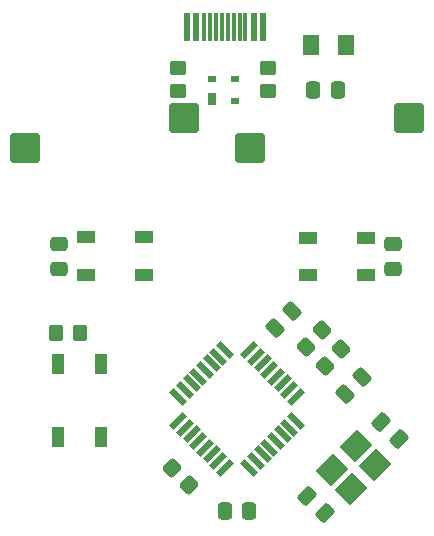
<source format=gbp>
G04 #@! TF.GenerationSoftware,KiCad,Pcbnew,(6.0.7)*
G04 #@! TF.CreationDate,2022-10-04T19:15:27+13:00*
G04 #@! TF.ProjectId,ledusbc2key,6c656475-7362-4633-926b-65792e6b6963,rev?*
G04 #@! TF.SameCoordinates,Original*
G04 #@! TF.FileFunction,Paste,Bot*
G04 #@! TF.FilePolarity,Positive*
%FSLAX46Y46*%
G04 Gerber Fmt 4.6, Leading zero omitted, Abs format (unit mm)*
G04 Created by KiCad (PCBNEW (6.0.7)) date 2022-10-04 19:15:27*
%MOMM*%
%LPD*%
G01*
G04 APERTURE LIST*
G04 Aperture macros list*
%AMRoundRect*
0 Rectangle with rounded corners*
0 $1 Rounding radius*
0 $2 $3 $4 $5 $6 $7 $8 $9 X,Y pos of 4 corners*
0 Add a 4 corners polygon primitive as box body*
4,1,4,$2,$3,$4,$5,$6,$7,$8,$9,$2,$3,0*
0 Add four circle primitives for the rounded corners*
1,1,$1+$1,$2,$3*
1,1,$1+$1,$4,$5*
1,1,$1+$1,$6,$7*
1,1,$1+$1,$8,$9*
0 Add four rect primitives between the rounded corners*
20,1,$1+$1,$2,$3,$4,$5,0*
20,1,$1+$1,$4,$5,$6,$7,0*
20,1,$1+$1,$6,$7,$8,$9,0*
20,1,$1+$1,$8,$9,$2,$3,0*%
%AMRotRect*
0 Rectangle, with rotation*
0 The origin of the aperture is its center*
0 $1 length*
0 $2 width*
0 $3 Rotation angle, in degrees counterclockwise*
0 Add horizontal line*
21,1,$1,$2,0,0,$3*%
G04 Aperture macros list end*
%ADD10R,1.500000X1.000000*%
%ADD11RoundRect,0.250001X0.462499X0.624999X-0.462499X0.624999X-0.462499X-0.624999X0.462499X-0.624999X0*%
%ADD12RoundRect,0.250000X0.450000X-0.350000X0.450000X0.350000X-0.450000X0.350000X-0.450000X-0.350000X0*%
%ADD13RoundRect,0.250000X0.070711X-0.565685X0.565685X-0.070711X-0.070711X0.565685X-0.565685X0.070711X0*%
%ADD14RoundRect,0.250000X1.025000X1.000000X-1.025000X1.000000X-1.025000X-1.000000X1.025000X-1.000000X0*%
%ADD15RoundRect,0.250000X-0.565685X-0.070711X-0.070711X-0.565685X0.565685X0.070711X0.070711X0.565685X0*%
%ADD16RoundRect,0.250000X-0.475000X0.337500X-0.475000X-0.337500X0.475000X-0.337500X0.475000X0.337500X0*%
%ADD17RoundRect,0.250000X0.574524X0.097227X0.097227X0.574524X-0.574524X-0.097227X-0.097227X-0.574524X0*%
%ADD18R,0.700000X1.000000*%
%ADD19R,0.700000X0.600000*%
%ADD20RoundRect,0.250000X0.097227X-0.574524X0.574524X-0.097227X-0.097227X0.574524X-0.574524X0.097227X0*%
%ADD21R,1.100000X1.800000*%
%ADD22RotRect,1.600000X0.550000X135.000000*%
%ADD23RotRect,1.600000X0.550000X45.000000*%
%ADD24RoundRect,0.250000X-0.574524X-0.097227X-0.097227X-0.574524X0.574524X0.097227X0.097227X0.574524X0*%
%ADD25RoundRect,0.250000X-0.350000X-0.450000X0.350000X-0.450000X0.350000X0.450000X-0.350000X0.450000X0*%
%ADD26RotRect,2.100000X1.800000X225.000000*%
%ADD27R,0.600000X2.450000*%
%ADD28R,0.300000X2.450000*%
%ADD29RoundRect,0.250000X0.337500X0.475000X-0.337500X0.475000X-0.337500X-0.475000X0.337500X-0.475000X0*%
%ADD30RoundRect,0.250000X-0.070711X0.565685X-0.565685X0.070711X0.070711X-0.565685X0.565685X-0.070711X0*%
%ADD31RoundRect,0.250000X0.475000X-0.337500X0.475000X0.337500X-0.475000X0.337500X-0.475000X-0.337500X0*%
G04 APERTURE END LIST*
D10*
X113060000Y-86677500D03*
X113060000Y-83477500D03*
X117960000Y-83477500D03*
X117960000Y-86677500D03*
D11*
X135040000Y-67192500D03*
X132065000Y-67192500D03*
D12*
X120852500Y-71097500D03*
X120852500Y-69097500D03*
D13*
X133217500Y-94346123D03*
X134631714Y-92931909D03*
D14*
X107892500Y-75882500D03*
X121342500Y-73342500D03*
D12*
X128472500Y-71097500D03*
X128472500Y-69097500D03*
D15*
X120342500Y-102996909D03*
X121756714Y-104411123D03*
D16*
X139002000Y-84052500D03*
X139002000Y-86127500D03*
D17*
X133241511Y-106852081D03*
X131774265Y-105384835D03*
D18*
X123662500Y-71752500D03*
D19*
X123662500Y-70052500D03*
X125662500Y-70052500D03*
X125662500Y-71952500D03*
D20*
X134925254Y-96765869D03*
X136392500Y-95298623D03*
D21*
X114325000Y-100400000D03*
X110625000Y-94200000D03*
X110625000Y-100400000D03*
X114325000Y-94200000D03*
D22*
X130797210Y-99014321D03*
X130231524Y-99580006D03*
X129665839Y-100145692D03*
X129100154Y-100711377D03*
X128534468Y-101277063D03*
X127968783Y-101842748D03*
X127403097Y-102408433D03*
X126837412Y-102974119D03*
D23*
X124786802Y-102974119D03*
X124221117Y-102408433D03*
X123655431Y-101842748D03*
X123089746Y-101277063D03*
X122524060Y-100711377D03*
X121958375Y-100145692D03*
X121392690Y-99580006D03*
X120827004Y-99014321D03*
D22*
X120827004Y-96963711D03*
X121392690Y-96398026D03*
X121958375Y-95832340D03*
X122524060Y-95266655D03*
X123089746Y-94700969D03*
X123655431Y-94135284D03*
X124221117Y-93569599D03*
X124786802Y-93003913D03*
D23*
X126837412Y-93003913D03*
X127403097Y-93569599D03*
X127968783Y-94135284D03*
X128534468Y-94700969D03*
X129100154Y-95266655D03*
X129665839Y-95832340D03*
X130231524Y-96398026D03*
X130797210Y-96963711D03*
D24*
X138025833Y-99098655D03*
X139493079Y-100565901D03*
D25*
X110522500Y-91585000D03*
X112522500Y-91585000D03*
D20*
X128991377Y-91171123D03*
X130458623Y-89703877D03*
D26*
X137489456Y-102763236D03*
X135438846Y-104813846D03*
X133812500Y-103187500D03*
X135863110Y-101136890D03*
D27*
X121550000Y-65672500D03*
X122325000Y-65672500D03*
D28*
X123025000Y-65672500D03*
X123525000Y-65672500D03*
X124025000Y-65672500D03*
X124525000Y-65672500D03*
X125025000Y-65672500D03*
X125525000Y-65672500D03*
X126025000Y-65672500D03*
X126525000Y-65672500D03*
D27*
X127225000Y-65672500D03*
X128000000Y-65672500D03*
D29*
X134357500Y-71002500D03*
X132282500Y-71002500D03*
D30*
X133044214Y-91344409D03*
X131630000Y-92758623D03*
D29*
X126862500Y-106675000D03*
X124787500Y-106675000D03*
D14*
X126942500Y-75882500D03*
X140392500Y-73342500D03*
D31*
X110747500Y-86115000D03*
X110747500Y-84040000D03*
D10*
X136689500Y-83490000D03*
X136689500Y-86690000D03*
X131789500Y-86690000D03*
X131789500Y-83490000D03*
M02*

</source>
